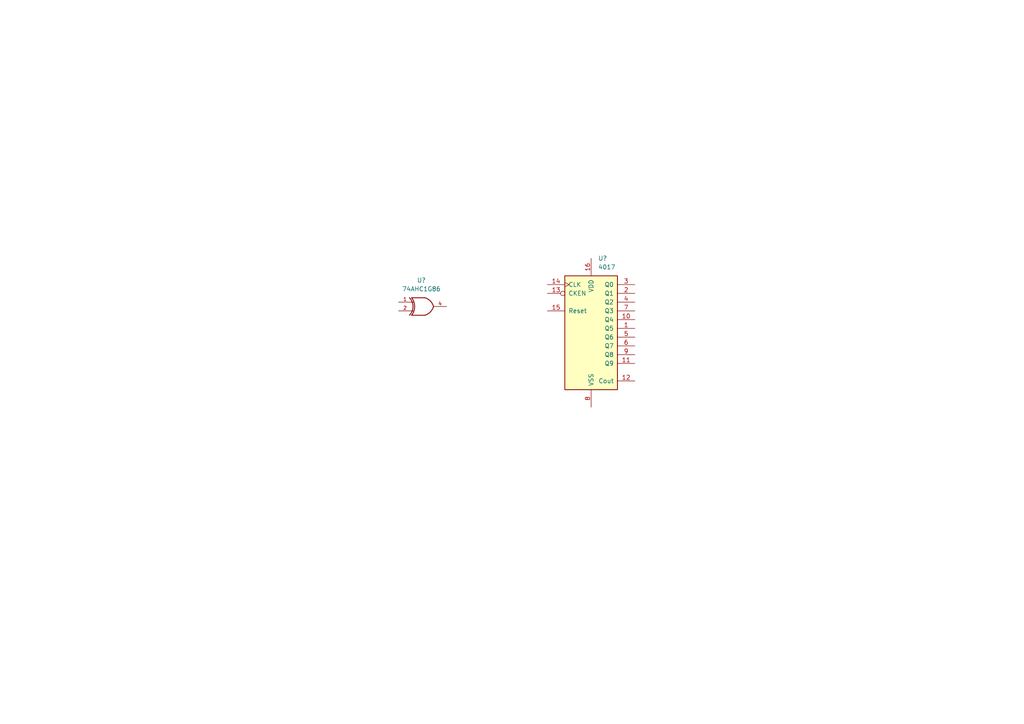
<source format=kicad_sch>
(kicad_sch (version 20211123) (generator eeschema)
  (paper "A4")
  (lib_symbols
    (symbol "4xxx:4017" (pin_names (offset 1.016))
      (property "Reference" "U" (at -7.62 16.51 0))
      (property "Value" "4017" (at -7.62 -19.05 0))
      (symbol "4017_1_0"
        (pin output line (at 12.7 0 180) (length 5.08) (name "Q5") (number "1"))
        (pin output line (at 12.7 2.54 180) (length 5.08) (name "Q4") (number "10"))
        (pin output line (at 12.7 -10.16 180) (length 5.08) (name "Q9") (number "11"))
        (pin output line (at 12.7 -15.24 180) (length 5.08) (name "Cout") (number "12"))
        (pin input inverted (at -12.7 10.16 0) (length 5.08) (name "CKEN") (number "13"))
        (pin input clock (at -12.7 12.7 0) (length 5.08) (name "CLK") (number "14"))
        (pin input line (at -12.7 5.08 0) (length 5.08) (name "Reset") (number "15"))
        (pin power_in line (at 0 20.32 270) (length 5.08) (name "VDD") (number "16"))
        (pin output line (at 12.7 10.16 180) (length 5.08) (name "Q1") (number "2"))
        (pin output line (at 12.7 12.7 180) (length 5.08) (name "Q0") (number "3"))
        (pin output line (at 12.7 7.62 180) (length 5.08) (name "Q2") (number "4"))
        (pin output line (at 12.7 -2.54 180) (length 5.08) (name "Q6") (number "5"))
        (pin output line (at 12.7 -5.08 180) (length 5.08) (name "Q7") (number "6"))
        (pin output line (at 12.7 5.08 180) (length 5.08) (name "Q3") (number "7"))
        (pin power_in line (at 0 -22.86 90) (length 5.08) (name "VSS") (number "8"))
        (pin output line (at 12.7 -7.62 180) (length 5.08) (name "Q8") (number "9"))
      )
      (symbol "4017_1_1"
        (rectangle (start -7.62 15.24) (end 7.62 -17.78) (stroke (width 0.254)) (fill (type background)))
      )
    )
    (symbol "74xGxx:74AHC1G86" (pin_names (offset 1.016))
      (property "Reference" "U" (at -2.54 3.81 0))
      (property "Value" "74AHC1G86" (at 0 -3.81 0))
      (symbol "74AHC1G86_0_1"
        (arc (start -4.445 -2.54) (mid -3.3929 0) (end -4.445 2.54) (stroke (width 0.254)))
        (arc (start -3.81 -2.54) (mid -2.919 0) (end -3.81 2.54) (stroke (width 0.254)))
        (arc (start 0 -2.54) (mid 1.5993 -1.6027) (end 2.54 0) (stroke (width 0.254)))
        (polyline (pts (xy -3.81 -1.27) (xy -3.175 -1.27)))
        (polyline (pts (xy -3.81 1.27) (xy -3.175 1.27)))
        (polyline (pts (xy 0 -2.54) (xy -3.81 -2.54)) (stroke (width 0.254)) (fill (type background)))
        (polyline (pts (xy 0 2.54) (xy -3.81 2.54)) (stroke (width 0.254)) (fill (type background)))
        (arc (start 2.54 0) (mid 1.6119 1.6152) (end 0 2.54) (stroke (width 0.254)))
      )
      (symbol "74AHC1G86_1_1"
        (pin input line (at -7.62 1.27 0) (length 3.81) (name "~") (number "1"))
        (pin input line (at -7.62 -1.27 0) (length 3.81) (name "~") (number "2"))
        (pin power_in line (at 0 -2.54 270) (length 0) hide (name "GND") (number "3"))
        (pin output line (at 6.35 0 180) (length 3.81) (name "~") (number "4"))
        (pin power_in line (at 0 2.54 90) (length 0) hide (name "VCC") (number "5"))
      )
    )
  )
  (symbol (lib_id "74xGxx:74AHC1G86") (at 123.19 88.9 0) (unit 1)
    (property "Reference" "U?" (at 122.2375 81.28 0))
    (property "Value" "74AHC1G86" (at 122.2375 83.82 0))
    (property "Datasheet" "http://www.ti.com/lit/sg/scyt129e/scyt129e.pdf" (effects hide))
  )
  (symbol (lib_id "4xxx:4017") (at 171.45 95.25 0) (unit 1)
    (property "Reference" "U?" (at 173.4694 74.93 0) (effects (justify left)))
    (property "Value" "4017" (at 173.4694 77.47 0) (effects (justify left)))
    (property "Datasheet" "http://www.intersil.com/content/dam/Intersil/documents/cd40/cd4017bms-22bms.pdf" (effects hide))
  )
)
</source>
